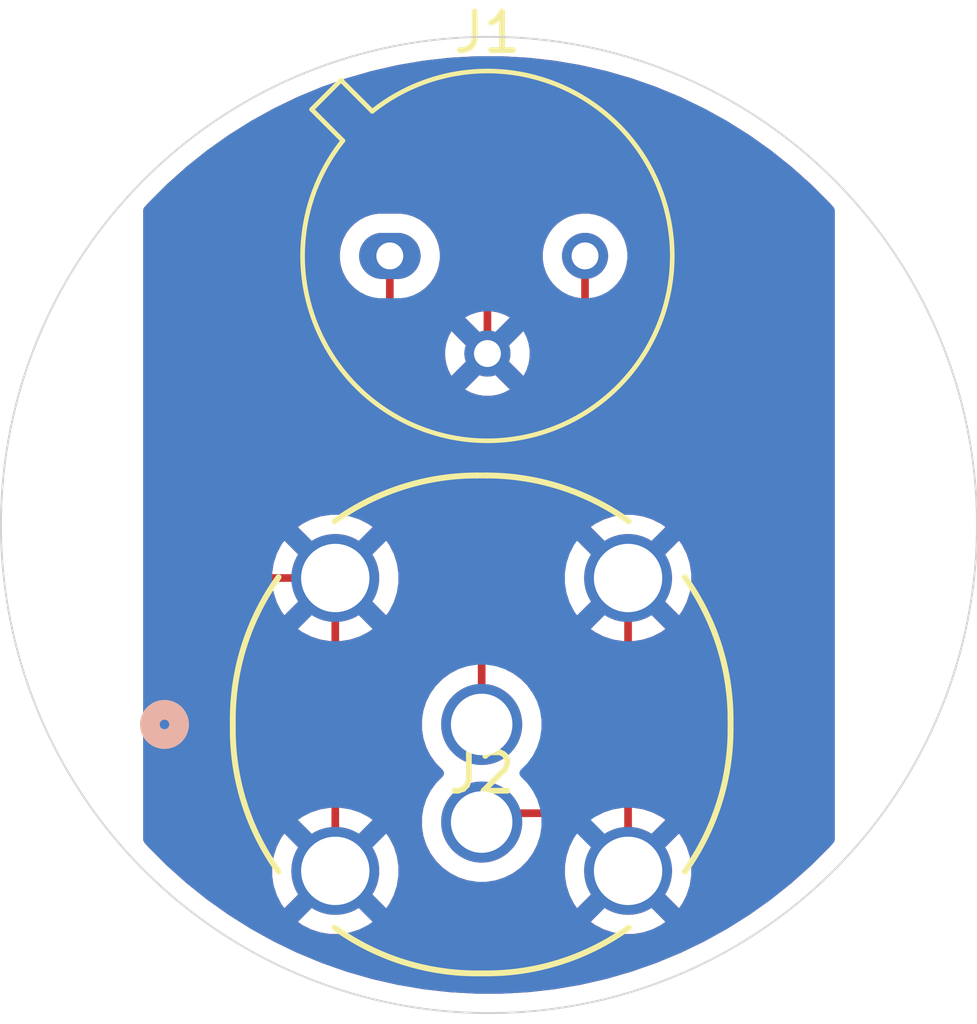
<source format=kicad_pcb>
(kicad_pcb (version 20241229) (generator "pcbnew") (generator_version "9.0")
  (layers (0 "F.Cu" signal) (2 "B.Cu" signal) (13 "F.Paste" user) (15 "B.Paste" user) (5 "F.SilkS" user "F.Silkscreen") (7 "B.SilkS" user "B.Silkscreen") (1 "F.Mask" user) (3 "B.Mask" user) (25 "Edge.Cuts" user))
  (net 0 "")
  (net 1 "/OUT")
  (net 2 "/IN")
  (net 3 "GND")
  (footprint "Package_TO_SOT_THT:TO-5-3" (layer "F.Cu") (at 177.42 68.5)
    (property "Reference" "J1" (at 2.54 -5.81 0) (layer "F.SilkS"))
    (property "Value" "TO-5 Photodiode Socket")
    (fp_line (start -2.034693 -3.811018) (end -1.22152 -2.997844) (stroke (width 0.12)) (layer "F.SilkS"))
    (fp_line (start -1.271018 -4.574693) (end -2.034693 -3.811018) (stroke (width 0.12)) (layer "F.SilkS"))
    (fp_line (start -0.457844 -3.76152) (end -1.271018 -4.574693) (stroke (width 0.12)) (layer "F.SilkS"))
    (fp_arc (start -0.457844 -3.76152) (mid 5.941184 3.401184) (end -1.22152 -2.997844) (stroke (width 0.12)) (layer "F.SilkS"))
    (pad "1" thru_hole oval (at 0 0) (size 1.6 1.2) (drill 0.7) (layers "*.Cu" "*.Mask") (net 2 "/IN"))
    (pad "2" thru_hole circle (at 2.54 2.54) (size 1.2 1.2) (drill 0.7) (layers "*.Cu" "*.Mask") (net 3 "GND"))
    (pad "3" thru_hole circle (at 5.08 0) (size 1.2 1.2) (drill 0.7) (layers "*.Cu" "*.Mask") (net 1 "/OUT"))
  )
  (footprint "Library:CONN_CBJ70_CIN" (layer "F.Cu") (at 179.81 80.69)
    (property "Reference" "J2" (at 0 1.27 0) (layer "F.SilkS"))
    (property "Value" "CBJ70")
    (fp_line (start -6.477 -0.127) (end -6.477 0.127) (stroke (width 0.1524)) (layer "F.SilkS"))
    (fp_line (start -0.127 6.477) (end 0.127 6.477) (stroke (width 0.1524)) (layer "F.SilkS"))
    (fp_line (start 0.127 -6.477) (end -0.127 -6.477) (stroke (width 0.1524)) (layer "F.SilkS"))
    (fp_line (start 6.477 0.127) (end 6.477 -0.127) (stroke (width 0.1524)) (layer "F.SilkS"))
    (fp_arc (start -6.477 -0.127005) (mid -6.171817 -2.071914) (end -5.285605 -3.829877) (stroke (width 0.1524)) (layer "F.SilkS"))
    (fp_arc (start -5.285607 3.829874) (mid -6.171818 2.07191) (end -6.477 0.127) (stroke (width 0.1524)) (layer "F.SilkS"))
    (fp_arc (start -3.829874 -5.285607) (mid -2.07191 -6.171818) (end -0.127 -6.477) (stroke (width 0.1524)) (layer "F.SilkS"))
    (fp_arc (start -0.127005 6.477) (mid -2.071914 6.171817) (end -3.829877 5.285605) (stroke (width 0.1524)) (layer "F.SilkS"))
    (fp_arc (start 0.127 -6.477) (mid 2.07191 -6.171818) (end 3.829874 -5.285607) (stroke (width 0.1524)) (layer "F.SilkS"))
    (fp_arc (start 3.829874 5.285607) (mid 2.07191 6.171818) (end 0.127 6.477) (stroke (width 0.1524)) (layer "F.SilkS"))
    (fp_arc (start 5.285607 -3.829874) (mid 6.171818 -2.07191) (end 6.477 -0.127) (stroke (width 0.1524)) (layer "F.SilkS"))
    (fp_arc (start 6.477 0.127002) (mid 6.171818 2.071911) (end 5.285606 3.829875) (stroke (width 0.1524)) (layer "F.SilkS"))
    (fp_circle (center -8.255 0) (end -7.874 0) (stroke (width 0.508)) (fill no) (layer "F.SilkS"))
    (fp_circle (center -8.255 0) (end -7.874 0) (stroke (width 0.508)) (fill no) (layer "B.SilkS"))
    (pad "1" thru_hole circle (at 0 0) (size 2.1082 2.1082) (drill 1.6002) (layers "*.Cu" "*.Mask") (net 2 "/IN"))
    (pad "2" thru_hole circle (at 0 2.54) (size 2.1082 2.1082) (drill 1.6002) (layers "*.Cu" "*.Mask") (net 1 "/OUT"))
    (pad "3" thru_hole circle (at -3.81 -3.81) (size 2.286 2.286) (drill 1.778) (layers "*.Cu" "*.Mask") (net 3 "GND"))
    (pad "4" thru_hole circle (at 3.81 -3.81) (size 2.286 2.286) (drill 1.778) (layers "*.Cu" "*.Mask") (net 3 "GND"))
    (pad "5" thru_hole circle (at -3.81 3.81) (size 2.286 2.286) (drill 1.778) (layers "*.Cu" "*.Mask") (net 3 "GND"))
    (pad "6" thru_hole circle (at 3.81 3.81) (size 2.286 2.286) (drill 1.778) (layers "*.Cu" "*.Mask") (net 3 "GND"))
  )
  (gr_circle (center 180 75.5) (end 192.7 75.5) (stroke (width 0.05)) (fill no) (layer "Edge.Cuts"))
  (segment (start 182 79) (end 182 83) (width 0.2) (layer "F.Cu") (net 1))
  (segment (start 182.5 68.5) (end 182.5 72) (width 0.2) (layer "F.Cu") (net 1))
  (segment (start 181.5 78.5) (end 182 79) (width 0.2) (layer "F.Cu") (net 1))
  (segment (start 182 83) (end 180.04 83) (width 0.2) (layer "F.Cu") (net 1))
  (segment (start 181.5 73) (end 181.5 78.5) (width 0.2) (layer "F.Cu") (net 1))
  (segment (start 182.5 72) (end 181.5 73) (width 0.2) (layer "F.Cu") (net 1))
  (segment (start 180.04 83) (end 179.81 83.23) (width 0.2) (layer "F.Cu") (net 1))
  (segment (start 177.42 73.42) (end 179.81 75.81) (width 0.2) (layer "F.Cu") (net 2))
  (segment (start 179.81 75.81) (end 179.81 80.69) (width 0.2) (layer "F.Cu") (net 2))
  (segment (start 177.42 68.5) (end 177.42 73.42) (width 0.2) (layer "F.Cu") (net 2))
  (segment (start 179.96 71.04) (end 179.96 66.04) (width 0.2) (layer "F.Cu") (net 3))
  (segment (start 179.96 66.04) (end 180 66) (width 0.2) (layer "F.Cu") (net 3))
  (segment (start 182.477 85.643) (end 183.62 84.5) (width 0.2) (layer "F.Cu") (net 3))
  (segment (start 176 84.5) (end 177.143 85.643) (width 0.2) (layer "F.Cu") (net 3))
  (segment (start 173.5 76.5) (end 173.88 76.88) (width 0.2) (layer "F.Cu") (net 3))
  (segment (start 177.143 85.643) (end 182.477 85.643) (width 0.2) (layer "F.Cu") (net 3))
  (segment (start 176 76.88) (end 176 84.5) (width 0.2) (layer "F.Cu") (net 3))
  (segment (start 180 66) (end 173.5 66) (width 0.2) (layer "F.Cu") (net 3))
  (segment (start 173.5 66) (end 173.5 76.5) (width 0.2) (layer "F.Cu") (net 3))
  (segment (start 183.62 84.5) (end 183.62 76.88) (width 0.2) (layer "F.Cu") (net 3))
  (segment (start 173.88 76.88) (end 176 76.88) (width 0.2) (layer "F.Cu") (net 3))
  (zone (net 3) (net_name "GND") (layer "F.Cu") (priority 1) (connect_pads (clearance 0.5)) (min_thickness 0.25) (fill yes (thermal_gap 0.5) (thermal_bridge_width 0.5))
    (polygon (pts (xy 171 62) (xy 189 62) (xy 189 88.5) (xy 171 88.5)))
  )
  (zone (net 3) (net_name "GND") (layer "B.Cu") (priority 3) (connect_pads (clearance 0.5)) (min_thickness 0.25) (fill yes (thermal_gap 0.5) (thermal_bridge_width 0.5))
    (polygon (pts (xy 171 62) (xy 189 62) (xy 189 88.5) (xy 171 88.5)))
  )
)
</source>
